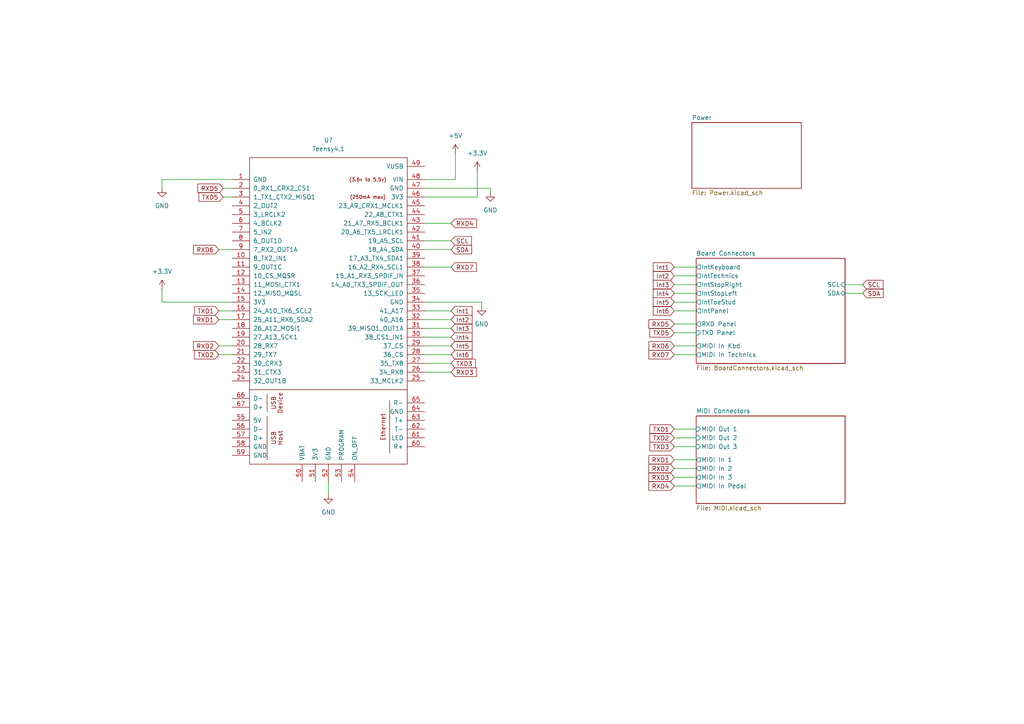
<source format=kicad_sch>
(kicad_sch (version 20211123) (generator eeschema)

  (uuid 92e30726-a111-410e-a189-3ef5a23983ec)

  (paper "A4")

  (lib_symbols
    (symbol "Teensy:Teensy4.1" (pin_names (offset 1.016)) (in_bom yes) (on_board yes)
      (property "Reference" "U" (id 0) (at 0 64.77 0)
        (effects (font (size 1.27 1.27)))
      )
      (property "Value" "Teensy4.1" (id 1) (at 0 62.23 0)
        (effects (font (size 1.27 1.27)))
      )
      (property "Footprint" "" (id 2) (at -10.16 10.16 0)
        (effects (font (size 1.27 1.27)) hide)
      )
      (property "Datasheet" "" (id 3) (at -10.16 10.16 0)
        (effects (font (size 1.27 1.27)) hide)
      )
      (symbol "Teensy4.1_0_0"
        (polyline
          (pts
            (xy -22.86 -6.35)
            (xy 22.86 -6.35)
          )
          (stroke (width 0) (type default) (color 0 0 0 0))
          (fill (type none))
        )
        (polyline
          (pts
            (xy -17.78 -26.67)
            (xy -17.78 -13.97)
          )
          (stroke (width 0) (type default) (color 0 0 0 0))
          (fill (type none))
        )
        (polyline
          (pts
            (xy -17.78 -7.62)
            (xy -17.78 -12.7)
          )
          (stroke (width 0) (type default) (color 0 0 0 0))
          (fill (type none))
        )
        (polyline
          (pts
            (xy 17.78 -9.525)
            (xy 17.78 -24.765)
          )
          (stroke (width 0) (type default) (color 0 0 0 0))
          (fill (type none))
        )
        (text "(250mA max)" (at 11.43 49.53 0)
          (effects (font (size 1.016 1.016)))
        )
        (text "(3.6v to 5.5v)" (at 11.43 54.61 0)
          (effects (font (size 1.016 1.016)))
        )
        (text "Device" (at -13.97 -10.16 900)
          (effects (font (size 1.27 1.27)))
        )
        (text "Ethernet" (at 15.875 -17.145 900)
          (effects (font (size 1.27 1.27)))
        )
        (text "Host" (at -13.97 -20.32 900)
          (effects (font (size 1.27 1.27)))
        )
        (text "USB" (at -15.875 -20.32 900)
          (effects (font (size 1.27 1.27)))
        )
        (text "USB" (at -15.875 -10.16 900)
          (effects (font (size 1.27 1.27)))
        )
        (pin bidirectional line (at -27.94 31.75 0) (length 5.08)
          (name "8_TX2_IN1" (effects (font (size 1.27 1.27))))
          (number "10" (effects (font (size 1.27 1.27))))
        )
        (pin bidirectional line (at -27.94 29.21 0) (length 5.08)
          (name "9_OUT1C" (effects (font (size 1.27 1.27))))
          (number "11" (effects (font (size 1.27 1.27))))
        )
        (pin bidirectional line (at -27.94 26.67 0) (length 5.08)
          (name "10_CS_MQSR" (effects (font (size 1.27 1.27))))
          (number "12" (effects (font (size 1.27 1.27))))
        )
        (pin bidirectional line (at -27.94 24.13 0) (length 5.08)
          (name "11_MOSI_CTX1" (effects (font (size 1.27 1.27))))
          (number "13" (effects (font (size 1.27 1.27))))
        )
        (pin bidirectional line (at -27.94 21.59 0) (length 5.08)
          (name "12_MISO_MQSL" (effects (font (size 1.27 1.27))))
          (number "14" (effects (font (size 1.27 1.27))))
        )
        (pin power_in line (at -27.94 19.05 0) (length 5.08)
          (name "3V3" (effects (font (size 1.27 1.27))))
          (number "15" (effects (font (size 1.27 1.27))))
        )
        (pin bidirectional line (at -27.94 16.51 0) (length 5.08)
          (name "24_A10_TX6_SCL2" (effects (font (size 1.27 1.27))))
          (number "16" (effects (font (size 1.27 1.27))))
        )
        (pin bidirectional line (at -27.94 13.97 0) (length 5.08)
          (name "25_A11_RX6_SDA2" (effects (font (size 1.27 1.27))))
          (number "17" (effects (font (size 1.27 1.27))))
        )
        (pin bidirectional line (at -27.94 11.43 0) (length 5.08)
          (name "26_A12_MOSI1" (effects (font (size 1.27 1.27))))
          (number "18" (effects (font (size 1.27 1.27))))
        )
        (pin bidirectional line (at -27.94 8.89 0) (length 5.08)
          (name "27_A13_SCK1" (effects (font (size 1.27 1.27))))
          (number "19" (effects (font (size 1.27 1.27))))
        )
        (pin bidirectional line (at -27.94 6.35 0) (length 5.08)
          (name "28_RX7" (effects (font (size 1.27 1.27))))
          (number "20" (effects (font (size 1.27 1.27))))
        )
        (pin bidirectional line (at -27.94 3.81 0) (length 5.08)
          (name "29_TX7" (effects (font (size 1.27 1.27))))
          (number "21" (effects (font (size 1.27 1.27))))
        )
        (pin bidirectional line (at -27.94 1.27 0) (length 5.08)
          (name "30_CRX3" (effects (font (size 1.27 1.27))))
          (number "22" (effects (font (size 1.27 1.27))))
        )
        (pin bidirectional line (at -27.94 -1.27 0) (length 5.08)
          (name "31_CTX3" (effects (font (size 1.27 1.27))))
          (number "23" (effects (font (size 1.27 1.27))))
        )
        (pin bidirectional line (at -27.94 -3.81 0) (length 5.08)
          (name "32_OUT1B" (effects (font (size 1.27 1.27))))
          (number "24" (effects (font (size 1.27 1.27))))
        )
        (pin bidirectional line (at 27.94 -3.81 180) (length 5.08)
          (name "33_MCLK2" (effects (font (size 1.27 1.27))))
          (number "25" (effects (font (size 1.27 1.27))))
        )
        (pin bidirectional line (at 27.94 -1.27 180) (length 5.08)
          (name "34_RX8" (effects (font (size 1.27 1.27))))
          (number "26" (effects (font (size 1.27 1.27))))
        )
        (pin bidirectional line (at 27.94 1.27 180) (length 5.08)
          (name "35_TX8" (effects (font (size 1.27 1.27))))
          (number "27" (effects (font (size 1.27 1.27))))
        )
        (pin bidirectional line (at 27.94 3.81 180) (length 5.08)
          (name "36_CS" (effects (font (size 1.27 1.27))))
          (number "28" (effects (font (size 1.27 1.27))))
        )
        (pin bidirectional line (at 27.94 6.35 180) (length 5.08)
          (name "37_CS" (effects (font (size 1.27 1.27))))
          (number "29" (effects (font (size 1.27 1.27))))
        )
        (pin bidirectional line (at 27.94 8.89 180) (length 5.08)
          (name "38_CS1_IN1" (effects (font (size 1.27 1.27))))
          (number "30" (effects (font (size 1.27 1.27))))
        )
        (pin bidirectional line (at 27.94 11.43 180) (length 5.08)
          (name "39_MISO1_OUT1A" (effects (font (size 1.27 1.27))))
          (number "31" (effects (font (size 1.27 1.27))))
        )
        (pin bidirectional line (at 27.94 13.97 180) (length 5.08)
          (name "40_A16" (effects (font (size 1.27 1.27))))
          (number "32" (effects (font (size 1.27 1.27))))
        )
        (pin bidirectional line (at 27.94 16.51 180) (length 5.08)
          (name "41_A17" (effects (font (size 1.27 1.27))))
          (number "33" (effects (font (size 1.27 1.27))))
        )
        (pin bidirectional line (at 27.94 21.59 180) (length 5.08)
          (name "13_SCK_LED" (effects (font (size 1.27 1.27))))
          (number "35" (effects (font (size 1.27 1.27))))
        )
        (pin bidirectional line (at 27.94 24.13 180) (length 5.08)
          (name "14_A0_TX3_SPDIF_OUT" (effects (font (size 1.27 1.27))))
          (number "36" (effects (font (size 1.27 1.27))))
        )
        (pin bidirectional line (at 27.94 26.67 180) (length 5.08)
          (name "15_A1_RX3_SPDIF_IN" (effects (font (size 1.27 1.27))))
          (number "37" (effects (font (size 1.27 1.27))))
        )
        (pin bidirectional line (at 27.94 29.21 180) (length 5.08)
          (name "16_A2_RX4_SCL1" (effects (font (size 1.27 1.27))))
          (number "38" (effects (font (size 1.27 1.27))))
        )
        (pin bidirectional line (at 27.94 31.75 180) (length 5.08)
          (name "17_A3_TX4_SDA1" (effects (font (size 1.27 1.27))))
          (number "39" (effects (font (size 1.27 1.27))))
        )
        (pin bidirectional line (at 27.94 34.29 180) (length 5.08)
          (name "18_A4_SDA" (effects (font (size 1.27 1.27))))
          (number "40" (effects (font (size 1.27 1.27))))
        )
        (pin bidirectional line (at 27.94 36.83 180) (length 5.08)
          (name "19_A5_SCL" (effects (font (size 1.27 1.27))))
          (number "41" (effects (font (size 1.27 1.27))))
        )
        (pin bidirectional line (at 27.94 39.37 180) (length 5.08)
          (name "20_A6_TX5_LRCLK1" (effects (font (size 1.27 1.27))))
          (number "42" (effects (font (size 1.27 1.27))))
        )
        (pin bidirectional line (at 27.94 41.91 180) (length 5.08)
          (name "21_A7_RX5_BCLK1" (effects (font (size 1.27 1.27))))
          (number "43" (effects (font (size 1.27 1.27))))
        )
        (pin bidirectional line (at 27.94 44.45 180) (length 5.08)
          (name "22_A8_CTX1" (effects (font (size 1.27 1.27))))
          (number "44" (effects (font (size 1.27 1.27))))
        )
        (pin bidirectional line (at 27.94 46.99 180) (length 5.08)
          (name "23_A9_CRX1_MCLK1" (effects (font (size 1.27 1.27))))
          (number "45" (effects (font (size 1.27 1.27))))
        )
        (pin output line (at 27.94 49.53 180) (length 5.08)
          (name "3V3" (effects (font (size 1.27 1.27))))
          (number "46" (effects (font (size 1.27 1.27))))
        )
        (pin output line (at 27.94 52.07 180) (length 5.08)
          (name "GND" (effects (font (size 1.27 1.27))))
          (number "47" (effects (font (size 1.27 1.27))))
        )
        (pin power_in line (at 27.94 54.61 180) (length 5.08)
          (name "VIN" (effects (font (size 1.27 1.27))))
          (number "48" (effects (font (size 1.27 1.27))))
        )
        (pin power_out line (at 27.94 58.42 180) (length 5.08)
          (name "VUSB" (effects (font (size 1.27 1.27))))
          (number "49" (effects (font (size 1.27 1.27))))
        )
        (pin bidirectional line (at -27.94 44.45 0) (length 5.08)
          (name "3_LRCLK2" (effects (font (size 1.27 1.27))))
          (number "5" (effects (font (size 1.27 1.27))))
        )
        (pin power_in line (at -7.62 -33.02 90) (length 5.08)
          (name "VBAT" (effects (font (size 1.27 1.27))))
          (number "50" (effects (font (size 1.27 1.27))))
        )
        (pin power_in line (at -3.81 -33.02 90) (length 5.08)
          (name "3V3" (effects (font (size 1.27 1.27))))
          (number "51" (effects (font (size 1.27 1.27))))
        )
        (pin input line (at 0 -33.02 90) (length 5.08)
          (name "GND" (effects (font (size 1.27 1.27))))
          (number "52" (effects (font (size 1.27 1.27))))
        )
        (pin input line (at 3.81 -33.02 90) (length 5.08)
          (name "PROGRAM" (effects (font (size 1.27 1.27))))
          (number "53" (effects (font (size 1.27 1.27))))
        )
        (pin input line (at 7.62 -33.02 90) (length 5.08)
          (name "ON_OFF" (effects (font (size 1.27 1.27))))
          (number "54" (effects (font (size 1.27 1.27))))
        )
        (pin power_out line (at -27.94 -15.24 0) (length 5.08)
          (name "5V" (effects (font (size 1.27 1.27))))
          (number "55" (effects (font (size 1.27 1.27))))
        )
        (pin bidirectional line (at -27.94 -17.78 0) (length 5.08)
          (name "D-" (effects (font (size 1.27 1.27))))
          (number "56" (effects (font (size 1.27 1.27))))
        )
        (pin bidirectional line (at -27.94 -20.32 0) (length 5.08)
          (name "D+" (effects (font (size 1.27 1.27))))
          (number "57" (effects (font (size 1.27 1.27))))
        )
        (pin power_in line (at -27.94 -22.86 0) (length 5.08)
          (name "GND" (effects (font (size 1.27 1.27))))
          (number "58" (effects (font (size 1.27 1.27))))
        )
        (pin power_in line (at -27.94 -25.4 0) (length 5.08)
          (name "GND" (effects (font (size 1.27 1.27))))
          (number "59" (effects (font (size 1.27 1.27))))
        )
        (pin bidirectional line (at -27.94 41.91 0) (length 5.08)
          (name "4_BCLK2" (effects (font (size 1.27 1.27))))
          (number "6" (effects (font (size 1.27 1.27))))
        )
        (pin bidirectional line (at 27.94 -22.86 180) (length 5.08)
          (name "R+" (effects (font (size 1.27 1.27))))
          (number "60" (effects (font (size 1.27 1.27))))
        )
        (pin bidirectional line (at 27.94 -20.32 180) (length 5.08)
          (name "LED" (effects (font (size 1.27 1.27))))
          (number "61" (effects (font (size 1.27 1.27))))
        )
        (pin bidirectional line (at 27.94 -17.78 180) (length 5.08)
          (name "T-" (effects (font (size 1.27 1.27))))
          (number "62" (effects (font (size 1.27 1.27))))
        )
        (pin bidirectional line (at 27.94 -15.24 180) (length 5.08)
          (name "T+" (effects (font (size 1.27 1.27))))
          (number "63" (effects (font (size 1.27 1.27))))
        )
        (pin power_in line (at 27.94 -12.7 180) (length 5.08)
          (name "GND" (effects (font (size 1.27 1.27))))
          (number "64" (effects (font (size 1.27 1.27))))
        )
        (pin bidirectional line (at 27.94 -10.16 180) (length 5.08)
          (name "R-" (effects (font (size 1.27 1.27))))
          (number "65" (effects (font (size 1.27 1.27))))
        )
        (pin bidirectional line (at -27.94 -8.89 0) (length 5.08)
          (name "D-" (effects (font (size 1.27 1.27))))
          (number "66" (effects (font (size 1.27 1.27))))
        )
        (pin bidirectional line (at -27.94 -11.43 0) (length 5.08)
          (name "D+" (effects (font (size 1.27 1.27))))
          (number "67" (effects (font (size 1.27 1.27))))
        )
        (pin bidirectional line (at -27.94 39.37 0) (length 5.08)
          (name "5_IN2" (effects (font (size 1.27 1.27))))
          (number "7" (effects (font (size 1.27 1.27))))
        )
        (pin bidirectional line (at -27.94 36.83 0) (length 5.08)
          (name "6_OUT1D" (effects (font (size 1.27 1.27))))
          (number "8" (effects (font (size 1.27 1.27))))
        )
        (pin bidirectional line (at -27.94 34.29 0) (length 5.08)
          (name "7_RX2_OUT1A" (effects (font (size 1.27 1.27))))
          (number "9" (effects (font (size 1.27 1.27))))
        )
      )
      (symbol "Teensy4.1_0_1"
        (rectangle (start -22.86 60.96) (end 22.86 -27.94)
          (stroke (width 0) (type default) (color 0 0 0 0))
          (fill (type none))
        )
        (rectangle (start -20.32 -1.27) (end -20.32 -1.27)
          (stroke (width 0) (type default) (color 0 0 0 0))
          (fill (type none))
        )
      )
      (symbol "Teensy4.1_1_1"
        (pin power_in line (at -27.94 54.61 0) (length 5.08)
          (name "GND" (effects (font (size 1.27 1.27))))
          (number "1" (effects (font (size 1.27 1.27))))
        )
        (pin bidirectional line (at -27.94 52.07 0) (length 5.08)
          (name "0_RX1_CRX2_CS1" (effects (font (size 1.27 1.27))))
          (number "2" (effects (font (size 1.27 1.27))))
        )
        (pin bidirectional line (at -27.94 49.53 0) (length 5.08)
          (name "1_TX1_CTX2_MISO1" (effects (font (size 1.27 1.27))))
          (number "3" (effects (font (size 1.27 1.27))))
        )
        (pin power_in line (at 27.94 19.05 180) (length 5.08)
          (name "GND" (effects (font (size 1.27 1.27))))
          (number "34" (effects (font (size 1.27 1.27))))
        )
        (pin bidirectional line (at -27.94 46.99 0) (length 5.08)
          (name "2_OUT2" (effects (font (size 1.27 1.27))))
          (number "4" (effects (font (size 1.27 1.27))))
        )
      )
    )
    (symbol "power:+3.3V" (power) (pin_names (offset 0)) (in_bom yes) (on_board yes)
      (property "Reference" "#PWR" (id 0) (at 0 -3.81 0)
        (effects (font (size 1.27 1.27)) hide)
      )
      (property "Value" "+3.3V" (id 1) (at 0 3.556 0)
        (effects (font (size 1.27 1.27)))
      )
      (property "Footprint" "" (id 2) (at 0 0 0)
        (effects (font (size 1.27 1.27)) hide)
      )
      (property "Datasheet" "" (id 3) (at 0 0 0)
        (effects (font (size 1.27 1.27)) hide)
      )
      (property "ki_keywords" "power-flag" (id 4) (at 0 0 0)
        (effects (font (size 1.27 1.27)) hide)
      )
      (property "ki_description" "Power symbol creates a global label with name \"+3.3V\"" (id 5) (at 0 0 0)
        (effects (font (size 1.27 1.27)) hide)
      )
      (symbol "+3.3V_0_1"
        (polyline
          (pts
            (xy -0.762 1.27)
            (xy 0 2.54)
          )
          (stroke (width 0) (type default) (color 0 0 0 0))
          (fill (type none))
        )
        (polyline
          (pts
            (xy 0 0)
            (xy 0 2.54)
          )
          (stroke (width 0) (type default) (color 0 0 0 0))
          (fill (type none))
        )
        (polyline
          (pts
            (xy 0 2.54)
            (xy 0.762 1.27)
          )
          (stroke (width 0) (type default) (color 0 0 0 0))
          (fill (type none))
        )
      )
      (symbol "+3.3V_1_1"
        (pin power_in line (at 0 0 90) (length 0) hide
          (name "+3.3V" (effects (font (size 1.27 1.27))))
          (number "1" (effects (font (size 1.27 1.27))))
        )
      )
    )
    (symbol "power:+5V" (power) (pin_names (offset 0)) (in_bom yes) (on_board yes)
      (property "Reference" "#PWR" (id 0) (at 0 -3.81 0)
        (effects (font (size 1.27 1.27)) hide)
      )
      (property "Value" "+5V" (id 1) (at 0 3.556 0)
        (effects (font (size 1.27 1.27)))
      )
      (property "Footprint" "" (id 2) (at 0 0 0)
        (effects (font (size 1.27 1.27)) hide)
      )
      (property "Datasheet" "" (id 3) (at 0 0 0)
        (effects (font (size 1.27 1.27)) hide)
      )
      (property "ki_keywords" "power-flag" (id 4) (at 0 0 0)
        (effects (font (size 1.27 1.27)) hide)
      )
      (property "ki_description" "Power symbol creates a global label with name \"+5V\"" (id 5) (at 0 0 0)
        (effects (font (size 1.27 1.27)) hide)
      )
      (symbol "+5V_0_1"
        (polyline
          (pts
            (xy -0.762 1.27)
            (xy 0 2.54)
          )
          (stroke (width 0) (type default) (color 0 0 0 0))
          (fill (type none))
        )
        (polyline
          (pts
            (xy 0 0)
            (xy 0 2.54)
          )
          (stroke (width 0) (type default) (color 0 0 0 0))
          (fill (type none))
        )
        (polyline
          (pts
            (xy 0 2.54)
            (xy 0.762 1.27)
          )
          (stroke (width 0) (type default) (color 0 0 0 0))
          (fill (type none))
        )
      )
      (symbol "+5V_1_1"
        (pin power_in line (at 0 0 90) (length 0) hide
          (name "+5V" (effects (font (size 1.27 1.27))))
          (number "1" (effects (font (size 1.27 1.27))))
        )
      )
    )
    (symbol "power:GND" (power) (pin_names (offset 0)) (in_bom yes) (on_board yes)
      (property "Reference" "#PWR" (id 0) (at 0 -6.35 0)
        (effects (font (size 1.27 1.27)) hide)
      )
      (property "Value" "GND" (id 1) (at 0 -3.81 0)
        (effects (font (size 1.27 1.27)))
      )
      (property "Footprint" "" (id 2) (at 0 0 0)
        (effects (font (size 1.27 1.27)) hide)
      )
      (property "Datasheet" "" (id 3) (at 0 0 0)
        (effects (font (size 1.27 1.27)) hide)
      )
      (property "ki_keywords" "power-flag" (id 4) (at 0 0 0)
        (effects (font (size 1.27 1.27)) hide)
      )
      (property "ki_description" "Power symbol creates a global label with name \"GND\" , ground" (id 5) (at 0 0 0)
        (effects (font (size 1.27 1.27)) hide)
      )
      (symbol "GND_0_1"
        (polyline
          (pts
            (xy 0 0)
            (xy 0 -1.27)
            (xy 1.27 -1.27)
            (xy 0 -2.54)
            (xy -1.27 -1.27)
            (xy 0 -1.27)
          )
          (stroke (width 0) (type default) (color 0 0 0 0))
          (fill (type none))
        )
      )
      (symbol "GND_1_1"
        (pin power_in line (at 0 0 270) (length 0) hide
          (name "GND" (effects (font (size 1.27 1.27))))
          (number "1" (effects (font (size 1.27 1.27))))
        )
      )
    )
  )


  (wire (pts (xy 132.08 52.07) (xy 123.19 52.07))
    (stroke (width 0) (type default) (color 0 0 0 0))
    (uuid 008a9373-c11a-4050-880d-e9e9f593b8a2)
  )
  (wire (pts (xy 245.11 82.55) (xy 250.19 82.55))
    (stroke (width 0) (type default) (color 0 0 0 0))
    (uuid 0f22dbdf-7eaa-435b-971f-44a146b37e98)
  )
  (wire (pts (xy 195.58 138.43) (xy 201.93 138.43))
    (stroke (width 0) (type default) (color 0 0 0 0))
    (uuid 10368a88-a326-454a-b686-46dcd9ecac47)
  )
  (wire (pts (xy 195.58 80.01) (xy 201.93 80.01))
    (stroke (width 0) (type default) (color 0 0 0 0))
    (uuid 17bcf100-9acf-4861-b902-523aaed8f522)
  )
  (wire (pts (xy 123.19 77.47) (xy 130.81 77.47))
    (stroke (width 0) (type default) (color 0 0 0 0))
    (uuid 19b56221-2cc9-4278-91d5-596f315bc3f5)
  )
  (wire (pts (xy 195.58 82.55) (xy 201.93 82.55))
    (stroke (width 0) (type default) (color 0 0 0 0))
    (uuid 21b1b01c-76ff-4cfa-be18-e4eec91dfb95)
  )
  (wire (pts (xy 63.5 90.17) (xy 67.31 90.17))
    (stroke (width 0) (type default) (color 0 0 0 0))
    (uuid 2b349115-9242-49c5-bbf6-4ce85cd92e6b)
  )
  (wire (pts (xy 195.58 77.47) (xy 201.93 77.47))
    (stroke (width 0) (type default) (color 0 0 0 0))
    (uuid 3015ce49-63a8-4c0e-bc07-b626e636757c)
  )
  (wire (pts (xy 195.58 133.35) (xy 201.93 133.35))
    (stroke (width 0) (type default) (color 0 0 0 0))
    (uuid 3529e38a-2fb8-47d6-b7ad-659fa60cb764)
  )
  (wire (pts (xy 46.99 54.61) (xy 46.99 52.07))
    (stroke (width 0) (type default) (color 0 0 0 0))
    (uuid 3afbb13a-1938-473b-8408-f9b83add7924)
  )
  (wire (pts (xy 64.77 54.61) (xy 67.31 54.61))
    (stroke (width 0) (type default) (color 0 0 0 0))
    (uuid 3b4b4454-bde3-48bc-98f7-b21b385265e0)
  )
  (wire (pts (xy 95.25 139.7) (xy 95.25 143.51))
    (stroke (width 0) (type default) (color 0 0 0 0))
    (uuid 3e19cfa1-4867-4e16-b6cb-e11820de13db)
  )
  (wire (pts (xy 123.19 72.39) (xy 130.81 72.39))
    (stroke (width 0) (type default) (color 0 0 0 0))
    (uuid 451672ab-404c-4178-8822-6a04c6700238)
  )
  (wire (pts (xy 138.43 57.15) (xy 123.19 57.15))
    (stroke (width 0) (type default) (color 0 0 0 0))
    (uuid 45e330ca-bc97-456e-87a7-545ba5b2f238)
  )
  (wire (pts (xy 63.5 102.87) (xy 67.31 102.87))
    (stroke (width 0) (type default) (color 0 0 0 0))
    (uuid 4ec9bf43-58c6-496e-afbf-714066bc3e48)
  )
  (wire (pts (xy 139.7 88.9) (xy 139.7 87.63))
    (stroke (width 0) (type default) (color 0 0 0 0))
    (uuid 55edf34b-afc7-4106-82db-22fab53a5eeb)
  )
  (wire (pts (xy 195.58 87.63) (xy 201.93 87.63))
    (stroke (width 0) (type default) (color 0 0 0 0))
    (uuid 561e0fdd-a355-4ecf-bd09-28ddccfdba1a)
  )
  (wire (pts (xy 245.11 85.09) (xy 250.19 85.09))
    (stroke (width 0) (type default) (color 0 0 0 0))
    (uuid 68055347-43c6-4aa0-bfd6-8cd7a660fc54)
  )
  (wire (pts (xy 64.77 57.15) (xy 67.31 57.15))
    (stroke (width 0) (type default) (color 0 0 0 0))
    (uuid 68c6968a-57f7-4536-95d1-09ee47d3d626)
  )
  (wire (pts (xy 63.5 72.39) (xy 67.31 72.39))
    (stroke (width 0) (type default) (color 0 0 0 0))
    (uuid 68f9b053-4178-45bb-b5dd-442ed4837e16)
  )
  (wire (pts (xy 195.58 90.17) (xy 201.93 90.17))
    (stroke (width 0) (type default) (color 0 0 0 0))
    (uuid 690b2c59-5858-425a-bb7b-3f37c1daa851)
  )
  (wire (pts (xy 195.58 135.89) (xy 201.93 135.89))
    (stroke (width 0) (type default) (color 0 0 0 0))
    (uuid 70dd3832-8f9c-43ec-b6d2-100348067a11)
  )
  (wire (pts (xy 130.81 90.17) (xy 123.19 90.17))
    (stroke (width 0) (type default) (color 0 0 0 0))
    (uuid 7195c6d7-5055-4608-aa29-0c74b9fb770d)
  )
  (wire (pts (xy 195.58 124.46) (xy 201.93 124.46))
    (stroke (width 0) (type default) (color 0 0 0 0))
    (uuid 78bb1762-af70-4388-980c-4ac283f9cb7d)
  )
  (wire (pts (xy 195.58 140.97) (xy 201.93 140.97))
    (stroke (width 0) (type default) (color 0 0 0 0))
    (uuid 7a499cc6-d87b-4478-a7b7-99931ac91f21)
  )
  (wire (pts (xy 63.5 92.71) (xy 67.31 92.71))
    (stroke (width 0) (type default) (color 0 0 0 0))
    (uuid 7b5be280-7bbb-42cd-99a6-90579efd15a6)
  )
  (wire (pts (xy 142.24 55.88) (xy 142.24 54.61))
    (stroke (width 0) (type default) (color 0 0 0 0))
    (uuid 831f218f-a5f4-4022-990f-71cb549eb37e)
  )
  (wire (pts (xy 123.19 69.85) (xy 130.81 69.85))
    (stroke (width 0) (type default) (color 0 0 0 0))
    (uuid 8c67041a-e552-4333-8fd1-1dabd6d9fb5a)
  )
  (wire (pts (xy 195.58 127) (xy 201.93 127))
    (stroke (width 0) (type default) (color 0 0 0 0))
    (uuid 90111a00-383e-49bd-bd9b-a8c955e219c1)
  )
  (wire (pts (xy 123.19 64.77) (xy 130.81 64.77))
    (stroke (width 0) (type default) (color 0 0 0 0))
    (uuid 906f0907-ad92-430a-97c3-882546af1d3f)
  )
  (wire (pts (xy 130.81 100.33) (xy 123.19 100.33))
    (stroke (width 0) (type default) (color 0 0 0 0))
    (uuid 91e854bd-7edd-4f46-b54e-1a3da9f568f8)
  )
  (wire (pts (xy 130.81 92.71) (xy 123.19 92.71))
    (stroke (width 0) (type default) (color 0 0 0 0))
    (uuid 952d3ae7-9fd3-4d17-8a0a-5d76522ac49b)
  )
  (wire (pts (xy 130.81 95.25) (xy 123.19 95.25))
    (stroke (width 0) (type default) (color 0 0 0 0))
    (uuid 98f1a0ce-cf2e-4222-be5b-68afe507840e)
  )
  (wire (pts (xy 63.5 100.33) (xy 67.31 100.33))
    (stroke (width 0) (type default) (color 0 0 0 0))
    (uuid 9bf0a619-0197-4ae2-a109-97881686a6ee)
  )
  (wire (pts (xy 130.81 102.87) (xy 123.19 102.87))
    (stroke (width 0) (type default) (color 0 0 0 0))
    (uuid 9d7d0208-0a6a-4a91-9b9a-a5f1dde4441c)
  )
  (wire (pts (xy 46.99 87.63) (xy 67.31 87.63))
    (stroke (width 0) (type default) (color 0 0 0 0))
    (uuid 9f9e8af4-3bc2-4934-9c10-4b420636ae05)
  )
  (wire (pts (xy 123.19 107.95) (xy 130.81 107.95))
    (stroke (width 0) (type default) (color 0 0 0 0))
    (uuid a8f962ee-4c03-4bc5-a354-a72ad5b77585)
  )
  (wire (pts (xy 123.19 105.41) (xy 130.81 105.41))
    (stroke (width 0) (type default) (color 0 0 0 0))
    (uuid b2d0a1d4-801e-4525-9d98-7559e43f30b5)
  )
  (wire (pts (xy 130.81 97.79) (xy 123.19 97.79))
    (stroke (width 0) (type default) (color 0 0 0 0))
    (uuid b624dea7-f3af-4b57-ada0-e1eea943e1aa)
  )
  (wire (pts (xy 138.43 49.53) (xy 138.43 57.15))
    (stroke (width 0) (type default) (color 0 0 0 0))
    (uuid bda95e9f-615e-42d1-a20c-08add71e9dd8)
  )
  (wire (pts (xy 195.58 96.52) (xy 201.93 96.52))
    (stroke (width 0) (type default) (color 0 0 0 0))
    (uuid c00c99fd-9695-4869-b596-f076079f4806)
  )
  (wire (pts (xy 195.58 85.09) (xy 201.93 85.09))
    (stroke (width 0) (type default) (color 0 0 0 0))
    (uuid d95ffe5e-f46f-4b68-9947-872a139db2e9)
  )
  (wire (pts (xy 132.08 44.45) (xy 132.08 52.07))
    (stroke (width 0) (type default) (color 0 0 0 0))
    (uuid deb53e79-929d-4879-81b0-da6380d32e2a)
  )
  (wire (pts (xy 195.58 93.98) (xy 201.93 93.98))
    (stroke (width 0) (type default) (color 0 0 0 0))
    (uuid eae4e69d-e56b-4973-9f06-63747f9d51d2)
  )
  (wire (pts (xy 46.99 83.82) (xy 46.99 87.63))
    (stroke (width 0) (type default) (color 0 0 0 0))
    (uuid ebbc26eb-941a-4e85-8bbf-d1c6fce05848)
  )
  (wire (pts (xy 46.99 52.07) (xy 67.31 52.07))
    (stroke (width 0) (type default) (color 0 0 0 0))
    (uuid efbd68a3-3563-4f3a-b675-33a98b0c1683)
  )
  (wire (pts (xy 195.58 102.87) (xy 201.93 102.87))
    (stroke (width 0) (type default) (color 0 0 0 0))
    (uuid f303926c-74cd-45c1-b7e2-a1ba35fbc6ca)
  )
  (wire (pts (xy 195.58 100.33) (xy 201.93 100.33))
    (stroke (width 0) (type default) (color 0 0 0 0))
    (uuid f39e4a9d-1833-46b2-8c70-9848ed1735b2)
  )
  (wire (pts (xy 139.7 87.63) (xy 123.19 87.63))
    (stroke (width 0) (type default) (color 0 0 0 0))
    (uuid f4c1e87a-78b2-4f87-ac08-bb22d1b2704f)
  )
  (wire (pts (xy 195.58 129.54) (xy 201.93 129.54))
    (stroke (width 0) (type default) (color 0 0 0 0))
    (uuid fd395044-e54f-479e-8a83-dcf3229e0a92)
  )
  (wire (pts (xy 123.19 54.61) (xy 142.24 54.61))
    (stroke (width 0) (type default) (color 0 0 0 0))
    (uuid ff4feef4-5ab6-4b35-9150-3542da810684)
  )

  (global_label "Int6" (shape input) (at 195.58 90.17 180) (fields_autoplaced)
    (effects (font (size 1.27 1.27)) (justify right))
    (uuid 041845e1-11a9-4b0a-88af-2e7ac19afbd2)
    (property "Intersheet References" "${INTERSHEET_REFS}" (id 0) (at 189.4779 90.0906 0)
      (effects (font (size 1.27 1.27)) (justify right) hide)
    )
  )
  (global_label "Int2" (shape input) (at 130.81 92.71 0) (fields_autoplaced)
    (effects (font (size 1.27 1.27)) (justify left))
    (uuid 04b7694a-573a-4db0-91c4-e6f3511d25de)
    (property "Intersheet References" "${INTERSHEET_REFS}" (id 0) (at 136.9121 92.6306 0)
      (effects (font (size 1.27 1.27)) (justify left) hide)
    )
  )
  (global_label "SCL" (shape input) (at 130.81 69.85 0) (fields_autoplaced)
    (effects (font (size 1.27 1.27)) (justify left))
    (uuid 09bfe79e-06fc-437d-b442-dc73b2cdc799)
    (property "Intersheet References" "${INTERSHEET_REFS}" (id 0) (at 136.7307 69.7706 0)
      (effects (font (size 1.27 1.27)) (justify left) hide)
    )
  )
  (global_label "RXD7" (shape input) (at 195.58 102.87 180) (fields_autoplaced)
    (effects (font (size 1.27 1.27)) (justify right))
    (uuid 0d357d76-5a2f-40d5-a4eb-f5d4f946f224)
    (property "Intersheet References" "${INTERSHEET_REFS}" (id 0) (at 188.2079 102.7906 0)
      (effects (font (size 1.27 1.27)) (justify right) hide)
    )
  )
  (global_label "Int1" (shape input) (at 130.81 90.17 0) (fields_autoplaced)
    (effects (font (size 1.27 1.27)) (justify left))
    (uuid 0e792083-ed84-4a29-b42d-09d2c028a9e9)
    (property "Intersheet References" "${INTERSHEET_REFS}" (id 0) (at 136.9121 90.0906 0)
      (effects (font (size 1.27 1.27)) (justify left) hide)
    )
  )
  (global_label "TXD1" (shape input) (at 63.5 90.17 180) (fields_autoplaced)
    (effects (font (size 1.27 1.27)) (justify right))
    (uuid 1367a0af-4f81-4313-8d3b-a56cd3aff619)
    (property "Intersheet References" "${INTERSHEET_REFS}" (id 0) (at 56.4302 90.0906 0)
      (effects (font (size 1.27 1.27)) (justify right) hide)
    )
  )
  (global_label "RXD3" (shape input) (at 130.81 107.95 0) (fields_autoplaced)
    (effects (font (size 1.27 1.27)) (justify left))
    (uuid 136d0a11-2fe9-4c18-82e2-aaf1ee9363dd)
    (property "Intersheet References" "${INTERSHEET_REFS}" (id 0) (at 138.1821 107.8706 0)
      (effects (font (size 1.27 1.27)) (justify left) hide)
    )
  )
  (global_label "TXD2" (shape input) (at 63.5 102.87 180) (fields_autoplaced)
    (effects (font (size 1.27 1.27)) (justify right))
    (uuid 15f1262a-399c-43c3-a1fd-ba310a185568)
    (property "Intersheet References" "${INTERSHEET_REFS}" (id 0) (at 56.4302 102.7906 0)
      (effects (font (size 1.27 1.27)) (justify right) hide)
    )
  )
  (global_label "RXD2" (shape input) (at 63.5 100.33 180) (fields_autoplaced)
    (effects (font (size 1.27 1.27)) (justify right))
    (uuid 1776305c-5c2f-4edb-a01d-9f18845bc46a)
    (property "Intersheet References" "${INTERSHEET_REFS}" (id 0) (at 56.1279 100.2506 0)
      (effects (font (size 1.27 1.27)) (justify right) hide)
    )
  )
  (global_label "SCL" (shape input) (at 250.19 82.55 0) (fields_autoplaced)
    (effects (font (size 1.27 1.27)) (justify left))
    (uuid 20b75eb9-cdc6-49d8-b18e-ce0ddf755c37)
    (property "Intersheet References" "${INTERSHEET_REFS}" (id 0) (at 256.1107 82.4706 0)
      (effects (font (size 1.27 1.27)) (justify left) hide)
    )
  )
  (global_label "Int1" (shape input) (at 195.58 77.47 180) (fields_autoplaced)
    (effects (font (size 1.27 1.27)) (justify right))
    (uuid 28395d30-f6b8-436c-a6e8-ce91ecdb67b3)
    (property "Intersheet References" "${INTERSHEET_REFS}" (id 0) (at 189.4779 77.3906 0)
      (effects (font (size 1.27 1.27)) (justify right) hide)
    )
  )
  (global_label "TXD1" (shape input) (at 195.58 124.46 180) (fields_autoplaced)
    (effects (font (size 1.27 1.27)) (justify right))
    (uuid 33583aeb-5fd9-41d3-8b0c-f6a42cd10808)
    (property "Intersheet References" "${INTERSHEET_REFS}" (id 0) (at 188.5102 124.3806 0)
      (effects (font (size 1.27 1.27)) (justify right) hide)
    )
  )
  (global_label "SDA" (shape input) (at 130.81 72.39 0) (fields_autoplaced)
    (effects (font (size 1.27 1.27)) (justify left))
    (uuid 35bf47c3-e08e-4cc0-8af9-799cb050dbf7)
    (property "Intersheet References" "${INTERSHEET_REFS}" (id 0) (at 136.7912 72.3106 0)
      (effects (font (size 1.27 1.27)) (justify left) hide)
    )
  )
  (global_label "RXD6" (shape input) (at 63.5 72.39 180) (fields_autoplaced)
    (effects (font (size 1.27 1.27)) (justify right))
    (uuid 35c33483-ded9-4a91-9cb9-0e08ce76af14)
    (property "Intersheet References" "${INTERSHEET_REFS}" (id 0) (at 56.1279 72.3106 0)
      (effects (font (size 1.27 1.27)) (justify right) hide)
    )
  )
  (global_label "TXD3" (shape input) (at 130.81 105.41 0) (fields_autoplaced)
    (effects (font (size 1.27 1.27)) (justify left))
    (uuid 38e1e00e-64ea-4367-ac68-72f4190806f9)
    (property "Intersheet References" "${INTERSHEET_REFS}" (id 0) (at 137.8798 105.3306 0)
      (effects (font (size 1.27 1.27)) (justify left) hide)
    )
  )
  (global_label "RXD7" (shape input) (at 130.81 77.47 0) (fields_autoplaced)
    (effects (font (size 1.27 1.27)) (justify left))
    (uuid 44bef64a-ea37-47a7-ab60-894dd8345448)
    (property "Intersheet References" "${INTERSHEET_REFS}" (id 0) (at 138.1821 77.5494 0)
      (effects (font (size 1.27 1.27)) (justify left) hide)
    )
  )
  (global_label "Int4" (shape input) (at 195.58 85.09 180) (fields_autoplaced)
    (effects (font (size 1.27 1.27)) (justify right))
    (uuid 4f92d865-6995-4b37-8869-08ec73262da4)
    (property "Intersheet References" "${INTERSHEET_REFS}" (id 0) (at 189.4779 85.0106 0)
      (effects (font (size 1.27 1.27)) (justify right) hide)
    )
  )
  (global_label "RXD1" (shape input) (at 195.58 133.35 180) (fields_autoplaced)
    (effects (font (size 1.27 1.27)) (justify right))
    (uuid 6165784b-f044-4549-b18a-797fd7bdc7fd)
    (property "Intersheet References" "${INTERSHEET_REFS}" (id 0) (at 188.2079 133.2706 0)
      (effects (font (size 1.27 1.27)) (justify right) hide)
    )
  )
  (global_label "RXD6" (shape input) (at 195.58 100.33 180) (fields_autoplaced)
    (effects (font (size 1.27 1.27)) (justify right))
    (uuid 6afebd85-3b30-43c4-87fd-2ae08a584c40)
    (property "Intersheet References" "${INTERSHEET_REFS}" (id 0) (at 188.2079 100.2506 0)
      (effects (font (size 1.27 1.27)) (justify right) hide)
    )
  )
  (global_label "RXD2" (shape input) (at 195.58 135.89 180) (fields_autoplaced)
    (effects (font (size 1.27 1.27)) (justify right))
    (uuid 73299534-00c8-4fcf-a96f-fca72d90c9b0)
    (property "Intersheet References" "${INTERSHEET_REFS}" (id 0) (at 188.2079 135.8106 0)
      (effects (font (size 1.27 1.27)) (justify right) hide)
    )
  )
  (global_label "Int2" (shape input) (at 195.58 80.01 180) (fields_autoplaced)
    (effects (font (size 1.27 1.27)) (justify right))
    (uuid 832e9413-6957-4b9b-94da-82c419761bdb)
    (property "Intersheet References" "${INTERSHEET_REFS}" (id 0) (at 189.4779 79.9306 0)
      (effects (font (size 1.27 1.27)) (justify right) hide)
    )
  )
  (global_label "Int5" (shape input) (at 130.81 100.33 0) (fields_autoplaced)
    (effects (font (size 1.27 1.27)) (justify left))
    (uuid 83e4d503-f574-4df5-a15f-b50bf100d65e)
    (property "Intersheet References" "${INTERSHEET_REFS}" (id 0) (at 136.9121 100.2506 0)
      (effects (font (size 1.27 1.27)) (justify left) hide)
    )
  )
  (global_label "Int3" (shape input) (at 130.81 95.25 0) (fields_autoplaced)
    (effects (font (size 1.27 1.27)) (justify left))
    (uuid 8bece918-0e4b-4d6e-b374-dd822fd6325a)
    (property "Intersheet References" "${INTERSHEET_REFS}" (id 0) (at 136.9121 95.1706 0)
      (effects (font (size 1.27 1.27)) (justify left) hide)
    )
  )
  (global_label "RXD3" (shape input) (at 195.58 138.43 180) (fields_autoplaced)
    (effects (font (size 1.27 1.27)) (justify right))
    (uuid 8c9f70ac-f750-44a7-84e9-f6ad7b050f72)
    (property "Intersheet References" "${INTERSHEET_REFS}" (id 0) (at 188.2079 138.3506 0)
      (effects (font (size 1.27 1.27)) (justify right) hide)
    )
  )
  (global_label "Int4" (shape input) (at 130.81 97.79 0) (fields_autoplaced)
    (effects (font (size 1.27 1.27)) (justify left))
    (uuid 8cd3deca-c863-48ca-9b68-0b3d3fa55165)
    (property "Intersheet References" "${INTERSHEET_REFS}" (id 0) (at 136.9121 97.7106 0)
      (effects (font (size 1.27 1.27)) (justify left) hide)
    )
  )
  (global_label "TXD5" (shape input) (at 195.58 96.52 180) (fields_autoplaced)
    (effects (font (size 1.27 1.27)) (justify right))
    (uuid 8d5be62f-c5a2-497e-9bd7-ecd9665ac0e8)
    (property "Intersheet References" "${INTERSHEET_REFS}" (id 0) (at 188.5102 96.4406 0)
      (effects (font (size 1.27 1.27)) (justify right) hide)
    )
  )
  (global_label "TXD5" (shape input) (at 64.77 57.15 180) (fields_autoplaced)
    (effects (font (size 1.27 1.27)) (justify right))
    (uuid 988bd501-0d8d-4f46-9f03-a109fdb9cf5f)
    (property "Intersheet References" "${INTERSHEET_REFS}" (id 0) (at 57.7002 57.0706 0)
      (effects (font (size 1.27 1.27)) (justify right) hide)
    )
  )
  (global_label "RXD1" (shape input) (at 63.5 92.71 180) (fields_autoplaced)
    (effects (font (size 1.27 1.27)) (justify right))
    (uuid 9a6304f0-c12b-41f5-b518-6d442fa664f7)
    (property "Intersheet References" "${INTERSHEET_REFS}" (id 0) (at 56.1279 92.6306 0)
      (effects (font (size 1.27 1.27)) (justify right) hide)
    )
  )
  (global_label "TXD2" (shape input) (at 195.58 127 180) (fields_autoplaced)
    (effects (font (size 1.27 1.27)) (justify right))
    (uuid a709cd7a-6883-450c-bae1-e06490539dbf)
    (property "Intersheet References" "${INTERSHEET_REFS}" (id 0) (at 188.5102 126.9206 0)
      (effects (font (size 1.27 1.27)) (justify right) hide)
    )
  )
  (global_label "TXD3" (shape input) (at 195.58 129.54 180) (fields_autoplaced)
    (effects (font (size 1.27 1.27)) (justify right))
    (uuid add970f7-ef94-4f93-9c12-c0498d1d351a)
    (property "Intersheet References" "${INTERSHEET_REFS}" (id 0) (at 188.5102 129.4606 0)
      (effects (font (size 1.27 1.27)) (justify right) hide)
    )
  )
  (global_label "Int6" (shape input) (at 130.81 102.87 0) (fields_autoplaced)
    (effects (font (size 1.27 1.27)) (justify left))
    (uuid b02375ff-126b-43ee-820b-cd584a4e9906)
    (property "Intersheet References" "${INTERSHEET_REFS}" (id 0) (at 136.9121 102.7906 0)
      (effects (font (size 1.27 1.27)) (justify left) hide)
    )
  )
  (global_label "SDA" (shape input) (at 250.19 85.09 0) (fields_autoplaced)
    (effects (font (size 1.27 1.27)) (justify left))
    (uuid c05dddf0-e2bd-46ac-85e7-c17bc9b1d308)
    (property "Intersheet References" "${INTERSHEET_REFS}" (id 0) (at 256.1712 85.0106 0)
      (effects (font (size 1.27 1.27)) (justify left) hide)
    )
  )
  (global_label "RXD4" (shape input) (at 130.81 64.77 0) (fields_autoplaced)
    (effects (font (size 1.27 1.27)) (justify left))
    (uuid ce09542a-eb9a-4fae-aa25-89e20537c94d)
    (property "Intersheet References" "${INTERSHEET_REFS}" (id 0) (at 138.1821 64.8494 0)
      (effects (font (size 1.27 1.27)) (justify left) hide)
    )
  )
  (global_label "Int5" (shape input) (at 195.58 87.63 180) (fields_autoplaced)
    (effects (font (size 1.27 1.27)) (justify right))
    (uuid d22f1b32-841c-42b9-b0e3-b95a457aeb5f)
    (property "Intersheet References" "${INTERSHEET_REFS}" (id 0) (at 189.4779 87.5506 0)
      (effects (font (size 1.27 1.27)) (justify right) hide)
    )
  )
  (global_label "RXD5" (shape input) (at 195.58 93.98 180) (fields_autoplaced)
    (effects (font (size 1.27 1.27)) (justify right))
    (uuid d8bc6517-826e-41da-a8d4-51d565f36952)
    (property "Intersheet References" "${INTERSHEET_REFS}" (id 0) (at 188.2079 93.9006 0)
      (effects (font (size 1.27 1.27)) (justify right) hide)
    )
  )
  (global_label "RXD5" (shape input) (at 64.77 54.61 180) (fields_autoplaced)
    (effects (font (size 1.27 1.27)) (justify right))
    (uuid f77c3916-9013-400c-b81a-f8489f71adcd)
    (property "Intersheet References" "${INTERSHEET_REFS}" (id 0) (at 57.3979 54.5306 0)
      (effects (font (size 1.27 1.27)) (justify right) hide)
    )
  )
  (global_label "RXD4" (shape input) (at 195.58 140.97 180) (fields_autoplaced)
    (effects (font (size 1.27 1.27)) (justify right))
    (uuid f7fc6975-cd67-4d84-8281-1e42d77d3ce0)
    (property "Intersheet References" "${INTERSHEET_REFS}" (id 0) (at 188.2079 140.8906 0)
      (effects (font (size 1.27 1.27)) (justify right) hide)
    )
  )
  (global_label "Int3" (shape input) (at 195.58 82.55 180) (fields_autoplaced)
    (effects (font (size 1.27 1.27)) (justify right))
    (uuid fc6a72bc-261b-4e00-9034-ebc2019daa45)
    (property "Intersheet References" "${INTERSHEET_REFS}" (id 0) (at 189.4779 82.4706 0)
      (effects (font (size 1.27 1.27)) (justify right) hide)
    )
  )

  (symbol (lib_id "power:GND") (at 46.99 54.61 0) (unit 1)
    (in_bom yes) (on_board yes) (fields_autoplaced)
    (uuid 1b0e14b7-d99e-444d-9427-1882db48b664)
    (property "Reference" "#PWR?" (id 0) (at 46.99 60.96 0)
      (effects (font (size 1.27 1.27)) hide)
    )
    (property "Value" "GND" (id 1) (at 46.99 59.69 0))
    (property "Footprint" "" (id 2) (at 46.99 54.61 0)
      (effects (font (size 1.27 1.27)) hide)
    )
    (property "Datasheet" "" (id 3) (at 46.99 54.61 0)
      (effects (font (size 1.27 1.27)) hide)
    )
    (pin "1" (uuid 3e840766-bc51-40ee-a998-5979c39b15ec))
  )

  (symbol (lib_id "power:+5V") (at 132.08 44.45 0) (unit 1)
    (in_bom yes) (on_board yes) (fields_autoplaced)
    (uuid 1e3da81c-e267-4fb8-b477-10392ae2bfdf)
    (property "Reference" "#PWR?" (id 0) (at 132.08 48.26 0)
      (effects (font (size 1.27 1.27)) hide)
    )
    (property "Value" "+5V" (id 1) (at 132.08 39.37 0))
    (property "Footprint" "" (id 2) (at 132.08 44.45 0)
      (effects (font (size 1.27 1.27)) hide)
    )
    (property "Datasheet" "" (id 3) (at 132.08 44.45 0)
      (effects (font (size 1.27 1.27)) hide)
    )
    (pin "1" (uuid 657baa48-f941-42fa-813a-098fef935d00))
  )

  (symbol (lib_id "power:+3.3V") (at 138.43 49.53 0) (unit 1)
    (in_bom yes) (on_board yes) (fields_autoplaced)
    (uuid 35e268a2-8371-465f-b3e9-82ca0a29e4f9)
    (property "Reference" "#PWR?" (id 0) (at 138.43 53.34 0)
      (effects (font (size 1.27 1.27)) hide)
    )
    (property "Value" "+3.3V" (id 1) (at 138.43 44.45 0))
    (property "Footprint" "" (id 2) (at 138.43 49.53 0)
      (effects (font (size 1.27 1.27)) hide)
    )
    (property "Datasheet" "" (id 3) (at 138.43 49.53 0)
      (effects (font (size 1.27 1.27)) hide)
    )
    (pin "1" (uuid 919c0471-7ea0-41f9-bbec-743153fc3897))
  )

  (symbol (lib_id "power:GND") (at 95.25 143.51 0) (unit 1)
    (in_bom yes) (on_board yes) (fields_autoplaced)
    (uuid 6565b8a0-e537-49e0-8810-7ac4a2f6370d)
    (property "Reference" "#PWR?" (id 0) (at 95.25 149.86 0)
      (effects (font (size 1.27 1.27)) hide)
    )
    (property "Value" "GND" (id 1) (at 95.25 148.59 0))
    (property "Footprint" "" (id 2) (at 95.25 143.51 0)
      (effects (font (size 1.27 1.27)) hide)
    )
    (property "Datasheet" "" (id 3) (at 95.25 143.51 0)
      (effects (font (size 1.27 1.27)) hide)
    )
    (pin "1" (uuid 3993e3b6-4556-4483-a236-64b3954c0d4d))
  )

  (symbol (lib_id "power:GND") (at 142.24 55.88 0) (unit 1)
    (in_bom yes) (on_board yes) (fields_autoplaced)
    (uuid a24a8236-83b4-46ae-ba8a-75547e7ef740)
    (property "Reference" "#PWR?" (id 0) (at 142.24 62.23 0)
      (effects (font (size 1.27 1.27)) hide)
    )
    (property "Value" "GND" (id 1) (at 142.24 60.96 0))
    (property "Footprint" "" (id 2) (at 142.24 55.88 0)
      (effects (font (size 1.27 1.27)) hide)
    )
    (property "Datasheet" "" (id 3) (at 142.24 55.88 0)
      (effects (font (size 1.27 1.27)) hide)
    )
    (pin "1" (uuid a4a7c2cc-dda0-48f3-baf8-38d6a7c0b28e))
  )

  (symbol (lib_id "power:GND") (at 139.7 88.9 0) (unit 1)
    (in_bom yes) (on_board yes) (fields_autoplaced)
    (uuid bc7eb520-edc6-49aa-8cff-94ea6a4af4d4)
    (property "Reference" "#PWR?" (id 0) (at 139.7 95.25 0)
      (effects (font (size 1.27 1.27)) hide)
    )
    (property "Value" "GND" (id 1) (at 139.7 93.98 0))
    (property "Footprint" "" (id 2) (at 139.7 88.9 0)
      (effects (font (size 1.27 1.27)) hide)
    )
    (property "Datasheet" "" (id 3) (at 139.7 88.9 0)
      (effects (font (size 1.27 1.27)) hide)
    )
    (pin "1" (uuid ec9be54a-9370-495c-9017-64f3db4d5b9d))
  )

  (symbol (lib_id "Teensy:Teensy4.1") (at 95.25 106.68 0) (unit 1)
    (in_bom yes) (on_board yes) (fields_autoplaced)
    (uuid c4563444-331e-4bc4-b210-c3527720e20a)
    (property "Reference" "U?" (id 0) (at 95.25 40.64 0))
    (property "Value" "Teensy4.1" (id 1) (at 95.25 43.18 0))
    (property "Footprint" "" (id 2) (at 85.09 96.52 0)
      (effects (font (size 1.27 1.27)) hide)
    )
    (property "Datasheet" "" (id 3) (at 85.09 96.52 0)
      (effects (font (size 1.27 1.27)) hide)
    )
    (pin "10" (uuid 94460089-dcd7-44ef-bb41-de6dabbb4031))
    (pin "11" (uuid 0541092a-9b01-47c3-86d1-42f7d99cd890))
    (pin "12" (uuid 52e8c09e-a20b-4e54-b717-a74993f0e4c9))
    (pin "13" (uuid 347b7809-3453-45c6-97ed-939e56ff4839))
    (pin "14" (uuid 49c395ec-8559-444a-97f5-acc83629f749))
    (pin "15" (uuid bf064783-e909-4d1e-82b1-bb00c605b063))
    (pin "16" (uuid 2ad4f206-6e1c-4df4-8569-f6603ed950a9))
    (pin "17" (uuid 1664a1d5-209f-4c59-a698-a61422417de8))
    (pin "18" (uuid cdfc6aec-75a2-46b3-98ec-0fecb721a8ea))
    (pin "19" (uuid 62ab3c0f-e844-4909-8790-006274b4a1a9))
    (pin "20" (uuid c8278a71-c700-4e31-ad8d-d8f95800dd90))
    (pin "21" (uuid 1cd0d759-2136-48b5-8edf-61a220309338))
    (pin "22" (uuid d34af448-6a55-4d45-954a-6496414ab3de))
    (pin "23" (uuid d31fdf1e-5e90-42a4-985b-53514b5b91ce))
    (pin "24" (uuid b50097d0-00ec-4de1-8f28-265c827191b1))
    (pin "25" (uuid baa64229-9078-4df9-804c-75d2867aa8f7))
    (pin "26" (uuid 14ab3071-6bcd-4511-876c-b6f33a228795))
    (pin "27" (uuid e9aaa484-db2d-4cf6-a7f6-e7e8ba2b9814))
    (pin "28" (uuid 702f26fa-5939-48dd-b0be-7820fb5c0620))
    (pin "29" (uuid 4976bdb3-032b-4eee-808f-380a56134b0b))
    (pin "30" (uuid 329819b2-be83-4639-9e37-5209710d628a))
    (pin "31" (uuid a1e8c74e-e23a-468b-9f87-faf6208b85fb))
    (pin "32" (uuid 208b6fd4-683f-47c5-a195-c49ef915a3d0))
    (pin "33" (uuid b0a2be0c-5793-4f7e-8821-6f0bbe44544f))
    (pin "35" (uuid 61b7f5ae-45d9-4399-b0c3-e15a380f9342))
    (pin "36" (uuid 6c6cef2c-33ce-4ac9-8d97-4963dcaf796b))
    (pin "37" (uuid 0d31310a-f6bf-48c9-9dca-d7d6342838da))
    (pin "38" (uuid e0875cb5-2f71-430e-b14e-2a0f9b00f970))
    (pin "39" (uuid 776e8cdc-d07d-488b-aae6-791e4707023a))
    (pin "40" (uuid 883273a7-af73-49aa-b243-7d31feefa4a2))
    (pin "41" (uuid e808a11b-eef6-4bb7-bb20-e275cf5e4a59))
    (pin "42" (uuid 1b368efe-900f-4fb9-a2b5-13ab5b050a92))
    (pin "43" (uuid 9efb5108-51a9-47ef-9188-64e9fcf3b2e8))
    (pin "44" (uuid a5ccc74f-7479-4e05-a634-25f4197815b2))
    (pin "45" (uuid a9a53063-c513-4e64-b6d0-819584f155b3))
    (pin "46" (uuid c584c44c-b257-4780-ae7a-547a396547e1))
    (pin "47" (uuid 25308ecf-6a9f-404f-b003-893635f3ad9a))
    (pin "48" (uuid d69e2d99-91c2-4adf-9d6f-8457f67bed99))
    (pin "49" (uuid 927609b4-0603-4124-9704-cd2247ddbd83))
    (pin "5" (uuid ea90dab0-6391-4205-b144-35479cedff4a))
    (pin "50" (uuid dca81e5e-1a14-4f77-948a-0e03c7d617b2))
    (pin "51" (uuid 9e90c7e7-3e35-4a89-a264-ed865b34b82d))
    (pin "52" (uuid 55c5367a-7b23-4440-966e-28b83ad50dcf))
    (pin "53" (uuid 0ca2677e-df26-426b-8bc8-61b77cd71fd5))
    (pin "54" (uuid 1cf665d0-4dc2-482f-a2b8-a4d59e91ce9a))
    (pin "55" (uuid 238ad281-d401-436a-8f78-be2930a7870f))
    (pin "56" (uuid a861a1e9-c2c9-497d-9f04-27dc4b85ce8b))
    (pin "57" (uuid 31f52ed6-b6b4-4e0e-b872-96d21a54b726))
    (pin "58" (uuid 38112c95-0d45-4dfb-ab08-156381880443))
    (pin "59" (uuid 849c2045-cf7b-4105-b52d-cf0023c67374))
    (pin "6" (uuid b4c9f327-bc65-4719-a232-842e367a4d64))
    (pin "60" (uuid 7f600a23-bb71-4e72-a89f-28cd5e83cc26))
    (pin "61" (uuid a2528a19-c5fc-45fe-93d4-5ee4e271407c))
    (pin "62" (uuid e95d0cbd-84fe-4853-af58-293d4c6654ce))
    (pin "63" (uuid d74bd038-3ef5-4345-932b-4b1288d4a04c))
    (pin "64" (uuid 68526002-4dde-4291-8357-103088867dca))
    (pin "65" (uuid d2da0f7e-cc05-4b91-8f7f-89f9a8ff1076))
    (pin "66" (uuid ff1b5e66-a613-4864-bad2-de2b20bee7db))
    (pin "67" (uuid 4416443d-dc58-4435-b842-e22faa180b56))
    (pin "7" (uuid 8c0b2db4-a2ce-4fc7-8031-0bb8a7d02277))
    (pin "8" (uuid ab9efefc-5c76-4ba2-bb4e-4ac9e780b66f))
    (pin "9" (uuid 6b6dbbc6-9abd-48df-98dc-e1dd6e5c6372))
    (pin "1" (uuid d071662b-ce14-4f9f-96ab-7d267dd1082b))
    (pin "2" (uuid 06c5738b-5ca8-44df-8a5e-2e4ecc931975))
    (pin "3" (uuid 13e3a870-6975-4707-aae8-ed30b052ed83))
    (pin "34" (uuid a77200fc-4d9d-4ff0-a5e3-e5d70303e0b1))
    (pin "4" (uuid 4046154b-0ff5-4828-989a-cb2d433024c4))
  )

  (symbol (lib_id "power:+3.3V") (at 46.99 83.82 0) (unit 1)
    (in_bom yes) (on_board yes) (fields_autoplaced)
    (uuid cc700598-2c9a-474f-ac81-716824456e4c)
    (property "Reference" "#PWR?" (id 0) (at 46.99 87.63 0)
      (effects (font (size 1.27 1.27)) hide)
    )
    (property "Value" "+3.3V" (id 1) (at 46.99 78.74 0))
    (property "Footprint" "" (id 2) (at 46.99 83.82 0)
      (effects (font (size 1.27 1.27)) hide)
    )
    (property "Datasheet" "" (id 3) (at 46.99 83.82 0)
      (effects (font (size 1.27 1.27)) hide)
    )
    (pin "1" (uuid d0a262b9-c77d-427f-b0f3-57570e35f70b))
  )

  (sheet (at 201.93 74.93) (size 43.18 30.48) (fields_autoplaced)
    (stroke (width 0.1524) (type solid) (color 0 0 0 0))
    (fill (color 0 0 0 0.0000))
    (uuid 5462fee6-2428-4e3a-a87e-5f06517bb085)
    (property "Sheet name" "Board Connectors" (id 0) (at 201.93 74.2184 0)
      (effects (font (size 1.27 1.27)) (justify left bottom))
    )
    (property "Sheet file" "BoardConnectors.kicad_sch" (id 1) (at 201.93 105.9946 0)
      (effects (font (size 1.27 1.27)) (justify left top))
    )
    (pin "IntStopRight" output (at 201.93 82.55 180)
      (effects (font (size 1.27 1.27)) (justify left))
      (uuid 3237f5df-7e6f-45a7-88d1-c781eb69c93a)
    )
    (pin "IntStopLeft" output (at 201.93 85.09 180)
      (effects (font (size 1.27 1.27)) (justify left))
      (uuid 91cc4a70-b1f4-411e-a85b-519cf3f2a738)
    )
    (pin "IntPanel" output (at 201.93 90.17 180)
      (effects (font (size 1.27 1.27)) (justify left))
      (uuid febe7943-d617-4bb5-84f8-0409271ef690)
    )
    (pin "IntToeStud" output (at 201.93 87.63 180)
      (effects (font (size 1.27 1.27)) (justify left))
      (uuid 5cc41ff9-eaaf-4035-9040-57ba0d238524)
    )
    (pin "IntKeyboard" output (at 201.93 77.47 180)
      (effects (font (size 1.27 1.27)) (justify left))
      (uuid b2ff0634-5ee2-43b7-aa8b-d6df4a015387)
    )
    (pin "IntTechnics" output (at 201.93 80.01 180)
      (effects (font (size 1.27 1.27)) (justify left))
      (uuid cf704c56-6f95-4cd1-9a05-ea470fc6b1c7)
    )
    (pin "SCL" input (at 245.11 82.55 0)
      (effects (font (size 1.27 1.27)) (justify right))
      (uuid f81b4a9b-52ce-42e6-8ffd-ecb13a6a9b7a)
    )
    (pin "SDA" bidirectional (at 245.11 85.09 0)
      (effects (font (size 1.27 1.27)) (justify right))
      (uuid c8aad86d-cf37-4b0c-b023-bf80e7990a51)
    )
    (pin "RXD Panel" output (at 201.93 93.98 180)
      (effects (font (size 1.27 1.27)) (justify left))
      (uuid 0d86b2a4-6e24-45cd-9a75-ed4eb19773bf)
    )
    (pin "TXD Panel" input (at 201.93 96.52 180)
      (effects (font (size 1.27 1.27)) (justify left))
      (uuid 94791e55-9a2e-46be-a4e4-1a98e3d74a29)
    )
    (pin "MIDI In Kbd" output (at 201.93 100.33 180)
      (effects (font (size 1.27 1.27)) (justify left))
      (uuid 142576fc-112c-40e5-9e4c-bfabe0010b5a)
    )
    (pin "MIDI In Technics" output (at 201.93 102.87 180)
      (effects (font (size 1.27 1.27)) (justify left))
      (uuid edd0919e-44f8-4692-9a43-f28f6c0dacf1)
    )
  )

  (sheet (at 200.66 35.56) (size 31.75 19.05) (fields_autoplaced)
    (stroke (width 0.1524) (type solid) (color 0 0 0 0))
    (fill (color 0 0 0 0.0000))
    (uuid 551a3e8a-60dd-49e9-92ec-68dd445f247b)
    (property "Sheet name" "Power" (id 0) (at 200.66 34.8484 0)
      (effects (font (size 1.27 1.27)) (justify left bottom))
    )
    (property "Sheet file" "Power.kicad_sch" (id 1) (at 200.66 55.1946 0)
      (effects (font (size 1.27 1.27)) (justify left top))
    )
  )

  (sheet (at 201.93 120.65) (size 43.18 25.4) (fields_autoplaced)
    (stroke (width 0.1524) (type solid) (color 0 0 0 0))
    (fill (color 0 0 0 0.0000))
    (uuid c4199b48-7185-4e07-8f3c-5bba6f77f3bc)
    (property "Sheet name" "MIDI Connectors" (id 0) (at 201.93 119.9384 0)
      (effects (font (size 1.27 1.27)) (justify left bottom))
    )
    (property "Sheet file" "MIDI.kicad_sch" (id 1) (at 201.93 146.6346 0)
      (effects (font (size 1.27 1.27)) (justify left top))
    )
    (pin "MIDI Out 1" input (at 201.93 124.46 180)
      (effects (font (size 1.27 1.27)) (justify left))
      (uuid d53b92c7-b65c-4dab-a827-7182afcb6108)
    )
    (pin "MIDI Out 2" input (at 201.93 127 180)
      (effects (font (size 1.27 1.27)) (justify left))
      (uuid e9a49343-5713-4a53-b15f-736a7656e3bc)
    )
    (pin "MIDI Out 3" input (at 201.93 129.54 180)
      (effects (font (size 1.27 1.27)) (justify left))
      (uuid ce395f8a-683f-4d92-8450-568b85fc30cb)
    )
    (pin "MIDI In 3" output (at 201.93 138.43 180)
      (effects (font (size 1.27 1.27)) (justify left))
      (uuid 4e243285-332a-4aaa-962d-4882ca2be97f)
    )
    (pin "MIDI In Pedal" output (at 201.93 140.97 180)
      (effects (font (size 1.27 1.27)) (justify left))
      (uuid 56912478-d3a3-4efa-b6d0-491aa17c86a9)
    )
    (pin "MIDI In 2" output (at 201.93 135.89 180)
      (effects (font (size 1.27 1.27)) (justify left))
      (uuid de2f7746-903e-4d79-8047-4c115a6f5083)
    )
    (pin "MIDI In 1" output (at 201.93 133.35 180)
      (effects (font (size 1.27 1.27)) (justify left))
      (uuid 49d78306-63ab-4253-9742-4b90e689c063)
    )
  )

  (sheet_instances
    (path "/" (page "1"))
    (path "/551a3e8a-60dd-49e9-92ec-68dd445f247b" (page "2"))
    (path "/5462fee6-2428-4e3a-a87e-5f06517bb085" (page "3"))
    (path "/c4199b48-7185-4e07-8f3c-5bba6f77f3bc" (page "4"))
  )

  (symbol_instances
    (path "/551a3e8a-60dd-49e9-92ec-68dd445f247b/50fdcada-93f2-45fe-b89b-945e77417be2"
      (reference "#FLG?") (unit 1) (value "PWR_FLAG") (footprint "")
    )
    (path "/551a3e8a-60dd-49e9-92ec-68dd445f247b/6e432831-4125-45a4-8f95-c839dbee6529"
      (reference "#FLG?") (unit 1) (value "PWR_FLAG") (footprint "")
    )
    (path "/551a3e8a-60dd-49e9-92ec-68dd445f247b/d4c348c8-dfbb-4cbf-9596-a45642d9bdb1"
      (reference "#FLG?") (unit 1) (value "PWR_FLAG") (footprint "")
    )
    (path "/551a3e8a-60dd-49e9-92ec-68dd445f247b/02c80dd3-2355-403c-a2d2-1820c0e4ebd4"
      (reference "#PWR?") (unit 1) (value "GND") (footprint "")
    )
    (path "/c4199b48-7185-4e07-8f3c-5bba6f77f3bc/08fe8aec-aabf-421b-b0ac-9372640c1a3c"
      (reference "#PWR?") (unit 1) (value "GND") (footprint "")
    )
    (path "/c4199b48-7185-4e07-8f3c-5bba6f77f3bc/0bec2e61-09ec-4406-b7de-e4b1340a9713"
      (reference "#PWR?") (unit 1) (value "GND") (footprint "")
    )
    (path "/c4199b48-7185-4e07-8f3c-5bba6f77f3bc/15218ad1-837f-437f-8ec6-6b7b731a5d0b"
      (reference "#PWR?") (unit 1) (value "+3.3V") (footprint "")
    )
    (path "/1b0e14b7-d99e-444d-9427-1882db48b664"
      (reference "#PWR?") (unit 1) (value "GND") (footprint "")
    )
    (path "/5462fee6-2428-4e3a-a87e-5f06517bb085/1d4494c5-d360-43a9-9119-74a1a1d3f037"
      (reference "#PWR?") (unit 1) (value "+5V") (footprint "")
    )
    (path "/551a3e8a-60dd-49e9-92ec-68dd445f247b/1d8244bd-075a-436f-bef3-f93eced2ce27"
      (reference "#PWR?") (unit 1) (value "GND") (footprint "")
    )
    (path "/5462fee6-2428-4e3a-a87e-5f06517bb085/1de22597-2c17-4e20-bc4c-87d5d9158db3"
      (reference "#PWR?") (unit 1) (value "+5V") (footprint "")
    )
    (path "/1e3da81c-e267-4fb8-b477-10392ae2bfdf"
      (reference "#PWR?") (unit 1) (value "+5V") (footprint "")
    )
    (path "/5462fee6-2428-4e3a-a87e-5f06517bb085/21b796a6-edb4-4fab-9d66-eebc771927e1"
      (reference "#PWR?") (unit 1) (value "GND") (footprint "")
    )
    (path "/c4199b48-7185-4e07-8f3c-5bba6f77f3bc/2469834d-abfa-46ef-a67a-561f7d30342e"
      (reference "#PWR?") (unit 1) (value "+3.3V") (footprint "")
    )
    (path "/5462fee6-2428-4e3a-a87e-5f06517bb085/278f86c4-27b6-4012-bca8-5755410e2e59"
      (reference "#PWR?") (unit 1) (value "+12V") (footprint "")
    )
    (path "/5462fee6-2428-4e3a-a87e-5f06517bb085/29bcc735-2ea3-4404-b6d2-2f03e8f94a83"
      (reference "#PWR?") (unit 1) (value "+5V") (footprint "")
    )
    (path "/551a3e8a-60dd-49e9-92ec-68dd445f247b/2aca3576-ba80-440f-af39-eb32f09b5e6e"
      (reference "#PWR?") (unit 1) (value "+5V") (footprint "")
    )
    (path "/35e268a2-8371-465f-b3e9-82ca0a29e4f9"
      (reference "#PWR?") (unit 1) (value "+3.3V") (footprint "")
    )
    (path "/551a3e8a-60dd-49e9-92ec-68dd445f247b/381f5305-9e29-42f0-952a-0be79780098a"
      (reference "#PWR?") (unit 1) (value "+12V") (footprint "")
    )
    (path "/5462fee6-2428-4e3a-a87e-5f06517bb085/3a4b17bb-7cac-463a-8830-60beab34986c"
      (reference "#PWR?") (unit 1) (value "GND") (footprint "")
    )
    (path "/c4199b48-7185-4e07-8f3c-5bba6f77f3bc/4916078a-2578-4489-91eb-d23a1189f59a"
      (reference "#PWR?") (unit 1) (value "GND") (footprint "")
    )
    (path "/551a3e8a-60dd-49e9-92ec-68dd445f247b/4ec152e1-a27e-41d4-94a9-99619660c7dc"
      (reference "#PWR?") (unit 1) (value "+5V") (footprint "")
    )
    (path "/c4199b48-7185-4e07-8f3c-5bba6f77f3bc/5de6465a-0564-4ace-8433-b3a96bcb1fcc"
      (reference "#PWR?") (unit 1) (value "+5V") (footprint "")
    )
    (path "/6565b8a0-e537-49e0-8810-7ac4a2f6370d"
      (reference "#PWR?") (unit 1) (value "GND") (footprint "")
    )
    (path "/c4199b48-7185-4e07-8f3c-5bba6f77f3bc/78c84191-87d7-4105-a0ae-0dd9a2585768"
      (reference "#PWR?") (unit 1) (value "+5V") (footprint "")
    )
    (path "/5462fee6-2428-4e3a-a87e-5f06517bb085/80731fd5-9767-4924-96c6-4ac66521db48"
      (reference "#PWR?") (unit 1) (value "+12V") (footprint "")
    )
    (path "/551a3e8a-60dd-49e9-92ec-68dd445f247b/818a1e78-c940-40bf-bae7-a15d9f402cd9"
      (reference "#PWR?") (unit 1) (value "+12V") (footprint "")
    )
    (path "/5462fee6-2428-4e3a-a87e-5f06517bb085/82100a38-0231-4b26-9c0d-c57dd9e68890"
      (reference "#PWR?") (unit 1) (value "GND") (footprint "")
    )
    (path "/c4199b48-7185-4e07-8f3c-5bba6f77f3bc/851ab6be-440e-423d-9747-fb1c0f2f6982"
      (reference "#PWR?") (unit 1) (value "+3.3V") (footprint "")
    )
    (path "/c4199b48-7185-4e07-8f3c-5bba6f77f3bc/85ef8ace-03fa-4c91-85d0-31f4235199b3"
      (reference "#PWR?") (unit 1) (value "GND") (footprint "")
    )
    (path "/5462fee6-2428-4e3a-a87e-5f06517bb085/88dbeb1b-0a28-4150-a886-28ab992b9ec5"
      (reference "#PWR?") (unit 1) (value "+12V") (footprint "")
    )
    (path "/5462fee6-2428-4e3a-a87e-5f06517bb085/899bebb2-b046-4692-86ac-f26f635b31de"
      (reference "#PWR?") (unit 1) (value "GND") (footprint "")
    )
    (path "/5462fee6-2428-4e3a-a87e-5f06517bb085/9843e0a0-8da0-4c1c-8c52-ea7e975245b2"
      (reference "#PWR?") (unit 1) (value "GND") (footprint "")
    )
    (path "/c4199b48-7185-4e07-8f3c-5bba6f77f3bc/9b71dbd2-1d23-4bbb-ba3a-dfb609be8e96"
      (reference "#PWR?") (unit 1) (value "GND") (footprint "")
    )
    (path "/a24a8236-83b4-46ae-ba8a-75547e7ef740"
      (reference "#PWR?") (unit 1) (value "GND") (footprint "")
    )
    (path "/c4199b48-7185-4e07-8f3c-5bba6f77f3bc/aa4d3c34-e3ef-4a89-8a61-8897242bb58c"
      (reference "#PWR?") (unit 1) (value "+5V") (footprint "")
    )
    (path "/5462fee6-2428-4e3a-a87e-5f06517bb085/b1fed6b4-d009-4c74-8be1-30b0e400121b"
      (reference "#PWR?") (unit 1) (value "GND") (footprint "")
    )
    (path "/5462fee6-2428-4e3a-a87e-5f06517bb085/b2d8e9bd-c6de-4908-9997-5cdf8fc0fdac"
      (reference "#PWR?") (unit 1) (value "+5V") (footprint "")
    )
    (path "/551a3e8a-60dd-49e9-92ec-68dd445f247b/b723940e-1367-4e5c-9fce-e2cddb303547"
      (reference "#PWR?") (unit 1) (value "GND") (footprint "")
    )
    (path "/5462fee6-2428-4e3a-a87e-5f06517bb085/b9eccc31-c5bc-4efd-af99-89827872172a"
      (reference "#PWR?") (unit 1) (value "+5V") (footprint "")
    )
    (path "/5462fee6-2428-4e3a-a87e-5f06517bb085/ba9c3a8a-a589-4aa9-a810-cffac9d3b5d5"
      (reference "#PWR?") (unit 1) (value "+12V") (footprint "")
    )
    (path "/bc7eb520-edc6-49aa-8cff-94ea6a4af4d4"
      (reference "#PWR?") (unit 1) (value "GND") (footprint "")
    )
    (path "/5462fee6-2428-4e3a-a87e-5f06517bb085/c59a432e-4cb7-4820-a411-6d5788ff1d94"
      (reference "#PWR?") (unit 1) (value "+5V") (footprint "")
    )
    (path "/5462fee6-2428-4e3a-a87e-5f06517bb085/ca173327-fb42-475c-a3bb-f97e5a86cdc4"
      (reference "#PWR?") (unit 1) (value "GND") (footprint "")
    )
    (path "/cc700598-2c9a-474f-ac81-716824456e4c"
      (reference "#PWR?") (unit 1) (value "+3.3V") (footprint "")
    )
    (path "/5462fee6-2428-4e3a-a87e-5f06517bb085/cf0e4fd8-42eb-4365-be0b-59c47882ad7e"
      (reference "#PWR?") (unit 1) (value "+12V") (footprint "")
    )
    (path "/c4199b48-7185-4e07-8f3c-5bba6f77f3bc/d977c425-c204-410c-a94e-d50f35267303"
      (reference "#PWR?") (unit 1) (value "+3.3V") (footprint "")
    )
    (path "/c4199b48-7185-4e07-8f3c-5bba6f77f3bc/e083d035-2371-4b1e-9a03-f33dfd32e507"
      (reference "#PWR?") (unit 1) (value "GND") (footprint "")
    )
    (path "/5462fee6-2428-4e3a-a87e-5f06517bb085/e12d481b-55a5-4096-ba29-17b83a0318f2"
      (reference "#PWR?") (unit 1) (value "GND") (footprint "")
    )
    (path "/5462fee6-2428-4e3a-a87e-5f06517bb085/e53319d4-cdb1-4f88-a455-da9dcfdda39d"
      (reference "#PWR?") (unit 1) (value "+5V") (footprint "")
    )
    (path "/c4199b48-7185-4e07-8f3c-5bba6f77f3bc/e9e9bb39-88f7-4901-af2a-97a8683bcfd2"
      (reference "#PWR?") (unit 1) (value "GND") (footprint "")
    )
    (path "/551a3e8a-60dd-49e9-92ec-68dd445f247b/f4179271-7aba-4de3-abde-1c098b590b25"
      (reference "#PWR?") (unit 1) (value "GND") (footprint "")
    )
    (path "/551a3e8a-60dd-49e9-92ec-68dd445f247b/f69bfc50-669b-4cd4-b2af-d79da5b5636f"
      (reference "#PWR?") (unit 1) (value "+5V") (footprint "")
    )
    (path "/5462fee6-2428-4e3a-a87e-5f06517bb085/f7758525-4d53-42e2-8fb9-9c037bbf1781"
      (reference "#PWR?") (unit 1) (value "+12V") (footprint "")
    )
    (path "/551a3e8a-60dd-49e9-92ec-68dd445f247b/9d03d236-3602-4fff-86f7-30fcc8f837d8"
      (reference "C?") (unit 1) (value "C_Polarized") (footprint "")
    )
    (path "/551a3e8a-60dd-49e9-92ec-68dd445f247b/afa1f500-cbc5-4177-b199-bddf79f2dec3"
      (reference "C?") (unit 1) (value "100nF") (footprint "")
    )
    (path "/c4199b48-7185-4e07-8f3c-5bba6f77f3bc/371544cf-732c-49f9-9a1f-c863379b92a0"
      (reference "D?") (unit 1) (value "1N4148") (footprint "Diode_THT:D_DO-35_SOD27_P7.62mm_Horizontal")
    )
    (path "/c4199b48-7185-4e07-8f3c-5bba6f77f3bc/62dee09f-a23d-44b9-9734-bfb6ca06e840"
      (reference "D?") (unit 1) (value "1N4148") (footprint "Diode_THT:D_DO-35_SOD27_P7.62mm_Horizontal")
    )
    (path "/c4199b48-7185-4e07-8f3c-5bba6f77f3bc/b228f543-94b2-423f-8c57-33926b4d8a5c"
      (reference "D?") (unit 1) (value "1N4148") (footprint "Diode_THT:D_DO-35_SOD27_P7.62mm_Horizontal")
    )
    (path "/c4199b48-7185-4e07-8f3c-5bba6f77f3bc/cb57c833-d379-4329-b76e-8104d35ec2e9"
      (reference "D?") (unit 1) (value "1N4148") (footprint "Diode_THT:D_DO-35_SOD27_P7.62mm_Horizontal")
    )
    (path "/c4199b48-7185-4e07-8f3c-5bba6f77f3bc/020dcc89-3852-4a26-8860-6a6e97d4cf73"
      (reference "J?") (unit 1) (value "MIDI In 3") (footprint "")
    )
    (path "/5462fee6-2428-4e3a-a87e-5f06517bb085/08482011-dcb6-4276-b961-f51fe006a76d"
      (reference "J?") (unit 1) (value "PanelCtrl") (footprint "Connector_IDC:IDC-Header_2x05_P2.54mm_Vertical")
    )
    (path "/5462fee6-2428-4e3a-a87e-5f06517bb085/3271f2a0-c79c-472d-aa0c-2bce898afc99"
      (reference "J?") (unit 1) (value "StopLeftCtrl") (footprint "Connector_IDC:IDC-Header_2x05_P2.54mm_Vertical")
    )
    (path "/c4199b48-7185-4e07-8f3c-5bba6f77f3bc/3e9e794b-76b7-451c-9b26-f8f952e29a2d"
      (reference "J?") (unit 1) (value "MIDI Out 1") (footprint "")
    )
    (path "/5462fee6-2428-4e3a-a87e-5f06517bb085/42812381-e013-4499-96a9-6f2f2d7bf3c6"
      (reference "J?") (unit 1) (value "ToeStudCtrl") (footprint "")
    )
    (path "/c4199b48-7185-4e07-8f3c-5bba6f77f3bc/594e2a0e-6d2f-4781-8af4-e6af939bc2b5"
      (reference "J?") (unit 1) (value "MIDI In 1") (footprint "")
    )
    (path "/c4199b48-7185-4e07-8f3c-5bba6f77f3bc/5bfb5993-d34a-4321-939a-271902dea51f"
      (reference "J?") (unit 1) (value "MIDI In 2") (footprint "")
    )
    (path "/5462fee6-2428-4e3a-a87e-5f06517bb085/670def27-67e5-40ef-bd13-3c7611028543"
      (reference "J?") (unit 1) (value "Raspberry_Pi_2_3") (footprint "")
    )
    (path "/5462fee6-2428-4e3a-a87e-5f06517bb085/6ffa7d26-e388-49a4-8cea-4b94ccc307ec"
      (reference "J?") (unit 1) (value "KeyboardCtrl") (footprint "Connector_IDC:IDC-Header_2x05_P2.54mm_Vertical")
    )
    (path "/5462fee6-2428-4e3a-a87e-5f06517bb085/77fb8b4c-6c0f-4a53-aeba-8adb5d030cc4"
      (reference "J?") (unit 1) (value "StopRightCtrl") (footprint "Connector_IDC:IDC-Header_2x05_P2.54mm_Vertical")
    )
    (path "/5462fee6-2428-4e3a-a87e-5f06517bb085/88f9dde3-5328-4400-823b-46da77afb632"
      (reference "J?") (unit 1) (value "TechnicsCtrl") (footprint "Connector_IDC:IDC-Header_2x05_P2.54mm_Vertical")
    )
    (path "/551a3e8a-60dd-49e9-92ec-68dd445f247b/96488a65-ac27-4517-9e2f-4cd5d400a742"
      (reference "J?") (unit 1) (value "Jack-DC") (footprint "")
    )
    (path "/c4199b48-7185-4e07-8f3c-5bba6f77f3bc/b14ba624-12b0-4c3a-a21e-01086804c4d0"
      (reference "J?") (unit 1) (value "MIDI Out 3") (footprint "")
    )
    (path "/5462fee6-2428-4e3a-a87e-5f06517bb085/b6f35734-a7ce-49c1-821f-cb510a4c53fa"
      (reference "J?") (unit 1) (value "TCA9548A 1") (footprint "")
    )
    (path "/c4199b48-7185-4e07-8f3c-5bba6f77f3bc/d3344556-5e63-495e-95cd-301ec8cfb5b8"
      (reference "J?") (unit 1) (value "MIDI In Pedal") (footprint "")
    )
    (path "/5462fee6-2428-4e3a-a87e-5f06517bb085/ed044966-2dc3-44b1-8cd3-17038b0eb94d"
      (reference "J?") (unit 1) (value "TCA9548A 2") (footprint "")
    )
    (path "/c4199b48-7185-4e07-8f3c-5bba6f77f3bc/fc96d8a8-8bf1-4b0d-a15a-54dddff8a9d6"
      (reference "J?") (unit 1) (value "MIDI Out 2") (footprint "")
    )
    (path "/c4199b48-7185-4e07-8f3c-5bba6f77f3bc/0756a5a5-fb8f-482c-a696-5d0c3f2ee3a4"
      (reference "R?") (unit 1) (value "220") (footprint "Resistor_THT:R_Axial_DIN0204_L3.6mm_D1.6mm_P2.54mm_Vertical")
    )
    (path "/5462fee6-2428-4e3a-a87e-5f06517bb085/200b35db-c452-4483-86e1-6be6f9fa7d71"
      (reference "R?") (unit 1) (value "220") (footprint "Resistor_THT:R_Axial_DIN0204_L3.6mm_D1.6mm_P2.54mm_Vertical")
    )
    (path "/c4199b48-7185-4e07-8f3c-5bba6f77f3bc/2a977f69-4d90-4d9e-a8f6-39fa5673b438"
      (reference "R?") (unit 1) (value "10k") (footprint "Resistor_THT:R_Axial_DIN0204_L3.6mm_D1.6mm_P2.54mm_Vertical")
    )
    (path "/c4199b48-7185-4e07-8f3c-5bba6f77f3bc/30d65eab-2c97-47e8-9338-7beb19d29d8b"
      (reference "R?") (unit 1) (value "10k") (footprint "Resistor_THT:R_Axial_DIN0204_L3.6mm_D1.6mm_P2.54mm_Vertical")
    )
    (path "/c4199b48-7185-4e07-8f3c-5bba6f77f3bc/388eb846-2e27-4a55-bd44-1c261e7d0607"
      (reference "R?") (unit 1) (value "220") (footprint "Resistor_THT:R_Axial_DIN0204_L3.6mm_D1.6mm_P2.54mm_Vertical")
    )
    (path "/5462fee6-2428-4e3a-a87e-5f06517bb085/3ebe0d59-dbfe-4cf0-b5ae-8c0d8ee79634"
      (reference "R?") (unit 1) (value "220") (footprint "Resistor_THT:R_Axial_DIN0204_L3.6mm_D1.6mm_P2.54mm_Vertical")
    )
    (path "/c4199b48-7185-4e07-8f3c-5bba6f77f3bc/60fac17a-b629-4144-9a7e-68e75cce5ba1"
      (reference "R?") (unit 1) (value "220") (footprint "Resistor_THT:R_Axial_DIN0204_L3.6mm_D1.6mm_P2.54mm_Vertical")
    )
    (path "/c4199b48-7185-4e07-8f3c-5bba6f77f3bc/7fec4641-e939-4e8d-8ba3-4f599647d1ca"
      (reference "R?") (unit 1) (value "220") (footprint "Resistor_THT:R_Axial_DIN0204_L3.6mm_D1.6mm_P2.54mm_Vertical")
    )
    (path "/c4199b48-7185-4e07-8f3c-5bba6f77f3bc/8c5b2454-e453-4d30-be9e-dbf05c6de048"
      (reference "R?") (unit 1) (value "220") (footprint "Resistor_THT:R_Axial_DIN0204_L3.6mm_D1.6mm_P2.54mm_Vertical")
    )
    (path "/5462fee6-2428-4e3a-a87e-5f06517bb085/a077a147-3e57-4928-a61e-ea0bf1422397"
      (reference "R?") (unit 1) (value "220") (footprint "Resistor_THT:R_Axial_DIN0204_L3.6mm_D1.6mm_P2.54mm_Vertical")
    )
    (path "/c4199b48-7185-4e07-8f3c-5bba6f77f3bc/abf63384-04fd-4b2a-8f57-027b732785eb"
      (reference "R?") (unit 1) (value "220") (footprint "Resistor_THT:R_Axial_DIN0204_L3.6mm_D1.6mm_P2.54mm_Vertical")
    )
    (path "/c4199b48-7185-4e07-8f3c-5bba6f77f3bc/b34e83b2-39f8-4f6d-8c85-51ba4a6a84f8"
      (reference "R?") (unit 1) (value "10k") (footprint "Resistor_THT:R_Axial_DIN0204_L3.6mm_D1.6mm_P2.54mm_Vertical")
    )
    (path "/5462fee6-2428-4e3a-a87e-5f06517bb085/b98cbd67-dfbc-4b40-b7a6-e9f76b5dfedf"
      (reference "R?") (unit 1) (value "220") (footprint "Resistor_THT:R_Axial_DIN0204_L3.6mm_D1.6mm_P2.54mm_Vertical")
    )
    (path "/c4199b48-7185-4e07-8f3c-5bba6f77f3bc/bb5da30c-2968-424a-bf5e-375959d626d8"
      (reference "R?") (unit 1) (value "220") (footprint "Resistor_THT:R_Axial_DIN0204_L3.6mm_D1.6mm_P2.54mm_Vertical")
    )
    (path "/c4199b48-7185-4e07-8f3c-5bba6f77f3bc/bc522f6a-b76e-4452-a119-cd27cd3f36c4"
      (reference "R?") (unit 1) (value "220") (footprint "Resistor_THT:R_Axial_DIN0204_L3.6mm_D1.6mm_P2.54mm_Vertical")
    )
    (path "/c4199b48-7185-4e07-8f3c-5bba6f77f3bc/d961a489-c74f-4442-88eb-f66e1cd39cc9"
      (reference "R?") (unit 1) (value "10k") (footprint "Resistor_THT:R_Axial_DIN0204_L3.6mm_D1.6mm_P2.54mm_Vertical")
    )
    (path "/c4199b48-7185-4e07-8f3c-5bba6f77f3bc/e962a2d7-9f2a-4bcc-8b76-228434eb97e0"
      (reference "R?") (unit 1) (value "220") (footprint "Resistor_THT:R_Axial_DIN0204_L3.6mm_D1.6mm_P2.54mm_Vertical")
    )
    (path "/c4199b48-7185-4e07-8f3c-5bba6f77f3bc/ea612063-23fb-489f-8f3d-465adf303f31"
      (reference "R?") (unit 1) (value "220") (footprint "Resistor_THT:R_Axial_DIN0204_L3.6mm_D1.6mm_P2.54mm_Vertical")
    )
    (path "/5462fee6-2428-4e3a-a87e-5f06517bb085/f7cb23fb-bcb5-48ef-9b5b-68869cc04d6a"
      (reference "R?") (unit 1) (value "220") (footprint "Resistor_THT:R_Axial_DIN0204_L3.6mm_D1.6mm_P2.54mm_Vertical")
    )
    (path "/5462fee6-2428-4e3a-a87e-5f06517bb085/ffd4c1fe-aa81-466e-a38e-1a71f82b285b"
      (reference "R?") (unit 1) (value "220") (footprint "Resistor_THT:R_Axial_DIN0204_L3.6mm_D1.6mm_P2.54mm_Vertical")
    )
    (path "/c4199b48-7185-4e07-8f3c-5bba6f77f3bc/63ff5899-a970-43ca-811e-6578e4664725"
      (reference "U?") (unit 1) (value "6N138") (footprint "Package_DIP:DIP-8_W7.62mm")
    )
    (path "/c4199b48-7185-4e07-8f3c-5bba6f77f3bc/aa699e8f-0c4a-45ec-ab9d-2acaf7818791"
      (reference "U?") (unit 1) (value "6N138") (footprint "Package_DIP:DIP-8_W7.62mm")
    )
    (path "/c4199b48-7185-4e07-8f3c-5bba6f77f3bc/b62e7a9c-f3a6-4aea-983d-8cd4a19afc21"
      (reference "U?") (unit 1) (value "6N138") (footprint "Package_DIP:DIP-8_W7.62mm")
    )
    (path "/c4563444-331e-4bc4-b210-c3527720e20a"
      (reference "U?") (unit 1) (value "Teensy4.1") (footprint "")
    )
    (path "/c4199b48-7185-4e07-8f3c-5bba6f77f3bc/e92ddf2b-bbdb-4d97-aec4-a0dd606d9261"
      (reference "U?") (unit 1) (value "6N138") (footprint "Package_DIP:DIP-8_W7.62mm")
    )
  )
)

</source>
